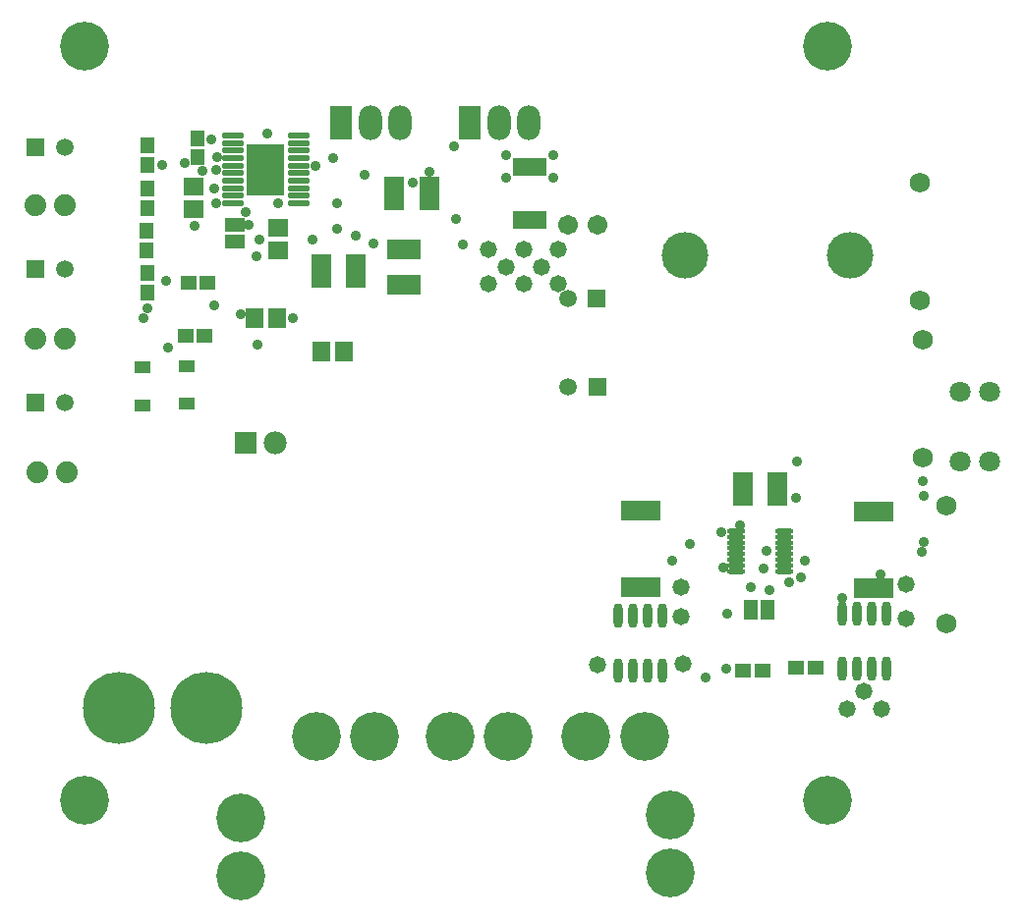
<source format=gts>
G04 Layer_Color=20142*
%FSAX24Y24*%
%MOIN*%
G70*
G01*
G75*
%ADD61O,0.0631X0.0178*%
%ADD62O,0.0316X0.0828*%
%ADD63R,0.0671X0.1182*%
%ADD64R,0.1340X0.0671*%
%ADD65R,0.1340X0.0671*%
%ADD66R,0.0520X0.0480*%
%ADD67R,0.0493X0.0651*%
%ADD68R,0.1123X0.0592*%
%ADD69R,0.0493X0.0533*%
%ADD70R,0.0690X0.0612*%
%ADD71R,0.0651X0.0493*%
%ADD72R,0.0480X0.0520*%
%ADD73R,0.0612X0.0690*%
%ADD74R,0.1182X0.0671*%
%ADD75R,0.0533X0.0493*%
%ADD76R,0.0560X0.0438*%
%ADD77O,0.0749X0.0218*%
%ADD78R,0.1261X0.1734*%
%ADD79O,0.0780X0.1180*%
%ADD80R,0.0780X0.1180*%
%ADD81C,0.0592*%
%ADD82R,0.0592X0.0592*%
%ADD83C,0.0671*%
%ADD84C,0.0710*%
%ADD85C,0.0680*%
%ADD86R,0.0780X0.0780*%
%ADD87C,0.0780*%
%ADD88C,0.0740*%
%ADD89C,0.2442*%
%ADD90C,0.1655*%
%ADD91C,0.1580*%
%ADD92C,0.0356*%
%ADD93C,0.0580*%
%ADD94C,0.0277*%
D61*
X036329Y034144D02*
D03*
Y034341D02*
D03*
Y034537D02*
D03*
Y034734D02*
D03*
Y034931D02*
D03*
Y035128D02*
D03*
Y035325D02*
D03*
Y035522D02*
D03*
X034715Y034144D02*
D03*
Y034341D02*
D03*
Y034537D02*
D03*
Y034734D02*
D03*
Y034931D02*
D03*
Y035128D02*
D03*
Y035325D02*
D03*
Y035522D02*
D03*
D62*
X032226Y032638D02*
D03*
X031726D02*
D03*
X031226D02*
D03*
X030726D02*
D03*
X032226Y030787D02*
D03*
X031726D02*
D03*
X031226D02*
D03*
X030726D02*
D03*
X039815Y032707D02*
D03*
X039315D02*
D03*
X038815D02*
D03*
X038315D02*
D03*
X039815Y030856D02*
D03*
X039315D02*
D03*
X038815D02*
D03*
X038315D02*
D03*
D63*
X034931Y036939D02*
D03*
X036112D02*
D03*
X024298Y046982D02*
D03*
X023117D02*
D03*
X020637Y044332D02*
D03*
X021818D02*
D03*
D64*
X039370Y036181D02*
D03*
X031476Y033602D02*
D03*
D65*
X039370Y033583D02*
D03*
X031476Y036201D02*
D03*
D66*
X034938Y030787D02*
D03*
X035613D02*
D03*
X037424Y030866D02*
D03*
X036749D02*
D03*
D67*
X035217Y032835D02*
D03*
X035787D02*
D03*
D68*
X027713Y047882D02*
D03*
Y046090D02*
D03*
D69*
X016436Y048854D02*
D03*
Y048205D02*
D03*
D70*
X019160Y045815D02*
D03*
Y045047D02*
D03*
X016318Y047228D02*
D03*
Y046460D02*
D03*
D71*
X017711Y045350D02*
D03*
Y045921D02*
D03*
D72*
X014731Y047932D02*
D03*
Y048607D02*
D03*
X014739Y046487D02*
D03*
Y047162D02*
D03*
X014723Y045705D02*
D03*
Y045031D02*
D03*
X014727Y043613D02*
D03*
Y044288D02*
D03*
D73*
X019142Y042738D02*
D03*
X018375D02*
D03*
X021402Y041612D02*
D03*
X020635D02*
D03*
D74*
X023448Y045065D02*
D03*
Y043884D02*
D03*
D75*
X016678Y042136D02*
D03*
X016028D02*
D03*
X016142Y043955D02*
D03*
X016792D02*
D03*
D76*
X016078Y041122D02*
D03*
Y039834D02*
D03*
X014562Y041083D02*
D03*
Y039795D02*
D03*
D77*
X019879Y046642D02*
D03*
Y046897D02*
D03*
Y047153D02*
D03*
Y047409D02*
D03*
Y047665D02*
D03*
Y047921D02*
D03*
Y048177D02*
D03*
Y048433D02*
D03*
Y048689D02*
D03*
Y048945D02*
D03*
X017635Y046642D02*
D03*
Y046897D02*
D03*
Y047153D02*
D03*
Y047409D02*
D03*
Y047665D02*
D03*
Y047921D02*
D03*
Y048177D02*
D03*
Y048433D02*
D03*
Y048689D02*
D03*
Y048945D02*
D03*
D78*
X018757Y047793D02*
D03*
D79*
X027690Y049388D02*
D03*
X026690D02*
D03*
X023312Y049368D02*
D03*
X022312D02*
D03*
D80*
X025690Y049388D02*
D03*
X021312Y049368D02*
D03*
D81*
X011933Y048557D02*
D03*
Y044423D02*
D03*
Y039895D02*
D03*
X029026Y040407D02*
D03*
X029002Y043400D02*
D03*
D82*
X010949Y048557D02*
D03*
Y044423D02*
D03*
Y039895D02*
D03*
X030010Y040407D02*
D03*
X029986Y043400D02*
D03*
D83*
X030010Y045919D02*
D03*
X029026D02*
D03*
D84*
X043315Y040256D02*
D03*
X042315D02*
D03*
X043315Y037894D02*
D03*
X042315D02*
D03*
D85*
X041043Y042028D02*
D03*
Y038028D02*
D03*
X040945Y047343D02*
D03*
Y043343D02*
D03*
X041831Y032382D02*
D03*
Y036382D02*
D03*
D86*
X018077Y038508D02*
D03*
D87*
X019077D02*
D03*
D88*
X011016Y037500D02*
D03*
X012016D02*
D03*
X010941Y042061D02*
D03*
X011941D02*
D03*
X010941Y046588D02*
D03*
X011941D02*
D03*
D89*
X013780Y029528D02*
D03*
X016732D02*
D03*
D90*
X012598Y051968D02*
D03*
Y026378D02*
D03*
X037795D02*
D03*
Y051968D02*
D03*
X025000Y028543D02*
D03*
X026969D02*
D03*
X020472D02*
D03*
X022441D02*
D03*
X029626D02*
D03*
X031594D02*
D03*
X032480Y025886D02*
D03*
Y023917D02*
D03*
X017913Y025787D02*
D03*
Y023819D02*
D03*
D91*
X032983Y044882D02*
D03*
X038583D02*
D03*
D92*
X015256Y047933D02*
D03*
X015994Y048002D02*
D03*
X016621Y047752D02*
D03*
X016997Y047153D02*
D03*
X017062Y047793D02*
D03*
X028501Y048275D02*
D03*
X026926Y048285D02*
D03*
Y047498D02*
D03*
X028501D02*
D03*
X022113Y047626D02*
D03*
X017116Y048199D02*
D03*
X016926Y048807D02*
D03*
X018816Y049023D02*
D03*
X024296Y047723D02*
D03*
X021030Y048177D02*
D03*
X020440Y047921D02*
D03*
X036772Y037894D02*
D03*
X036500Y033768D02*
D03*
X035217Y033614D02*
D03*
X035853Y033511D02*
D03*
X041003Y034801D02*
D03*
X038315Y033249D02*
D03*
X037053Y034511D02*
D03*
X034413Y032711D02*
D03*
X014727Y043092D02*
D03*
X015459Y041730D02*
D03*
X016349Y045888D02*
D03*
X021818Y045537D02*
D03*
X018534Y045423D02*
D03*
X020337D02*
D03*
X021192Y046636D02*
D03*
Y045785D02*
D03*
X017072Y046642D02*
D03*
X018452Y044852D02*
D03*
X015361Y044029D02*
D03*
X017003Y043191D02*
D03*
X039623Y034051D02*
D03*
X033683Y030541D02*
D03*
X034393Y030851D02*
D03*
X018186Y045923D02*
D03*
X023756Y047343D02*
D03*
X025226Y046110D02*
D03*
X017916Y042893D02*
D03*
X014596Y042743D02*
D03*
X018476Y041833D02*
D03*
X041083Y035161D02*
D03*
X022426Y045293D02*
D03*
X019686Y042738D02*
D03*
X034843Y035728D02*
D03*
X025450Y045234D02*
D03*
X025150Y048570D02*
D03*
X034280Y034270D02*
D03*
X019180Y046630D02*
D03*
X018090Y046360D02*
D03*
X036730Y036630D02*
D03*
X041043Y037205D02*
D03*
X041083Y036713D02*
D03*
X036909Y033957D02*
D03*
X035630Y034252D02*
D03*
X035728Y034843D02*
D03*
X034213Y035472D02*
D03*
X033150Y035079D02*
D03*
X032559Y034528D02*
D03*
D93*
X026326Y045086D02*
D03*
X026916Y044496D02*
D03*
X027507Y045086D02*
D03*
X028688D02*
D03*
X026326Y043905D02*
D03*
X027507D02*
D03*
X028688D02*
D03*
X028097Y044496D02*
D03*
X038465Y029488D02*
D03*
X039055Y030079D02*
D03*
X039646Y029488D02*
D03*
X030000Y030984D02*
D03*
X032913Y031024D02*
D03*
X040472Y033701D02*
D03*
Y032559D02*
D03*
X032835Y033622D02*
D03*
Y032598D02*
D03*
D94*
X018307Y047539D02*
D03*
X018701D02*
D03*
X019150Y047203D02*
D03*
X019154Y047539D02*
D03*
X018363Y047203D02*
D03*
X018757D02*
D03*
Y047990D02*
D03*
X019150Y048384D02*
D03*
X018757D02*
D03*
X019150Y047990D02*
D03*
X018363D02*
D03*
Y048384D02*
D03*
M02*

</source>
